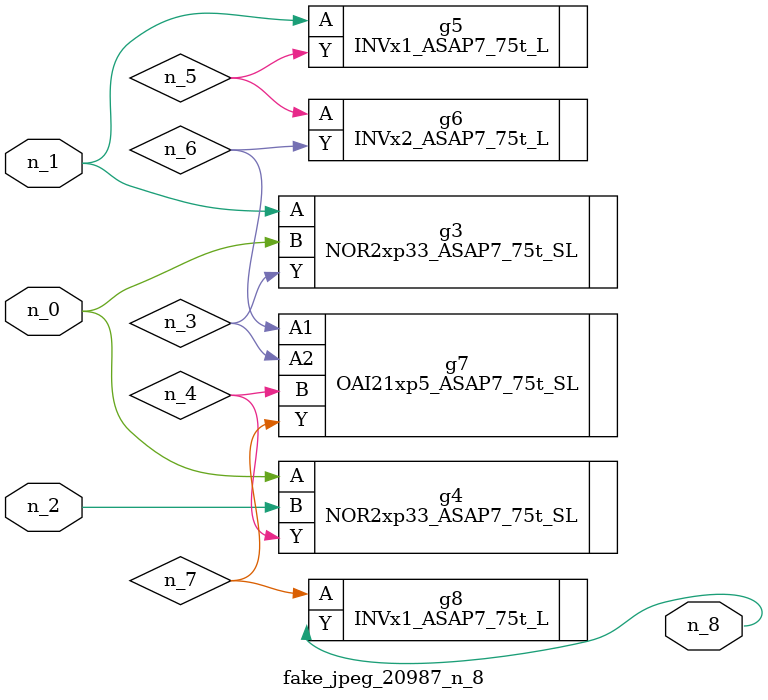
<source format=v>
module fake_jpeg_20987_n_8 (n_0, n_2, n_1, n_8);

input n_0;
input n_2;
input n_1;

output n_8;

wire n_3;
wire n_4;
wire n_6;
wire n_5;
wire n_7;

NOR2xp33_ASAP7_75t_SL g3 ( 
.A(n_1),
.B(n_0),
.Y(n_3)
);

NOR2xp33_ASAP7_75t_SL g4 ( 
.A(n_0),
.B(n_2),
.Y(n_4)
);

INVx1_ASAP7_75t_L g5 ( 
.A(n_1),
.Y(n_5)
);

INVx2_ASAP7_75t_L g6 ( 
.A(n_5),
.Y(n_6)
);

OAI21xp5_ASAP7_75t_SL g7 ( 
.A1(n_6),
.A2(n_3),
.B(n_4),
.Y(n_7)
);

INVx1_ASAP7_75t_L g8 ( 
.A(n_7),
.Y(n_8)
);


endmodule
</source>
